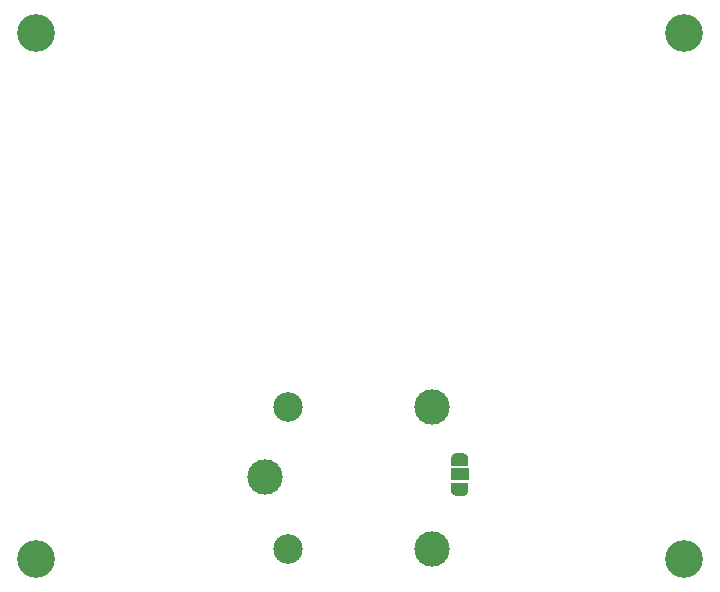
<source format=gbr>
%TF.GenerationSoftware,KiCad,Pcbnew,(5.1.12)-1*%
%TF.CreationDate,2022-08-12T23:07:16+09:00*%
%TF.ProjectId,STAC,53544143-2e6b-4696-9361-645f70636258,rev?*%
%TF.SameCoordinates,Original*%
%TF.FileFunction,Soldermask,Bot*%
%TF.FilePolarity,Negative*%
%FSLAX46Y46*%
G04 Gerber Fmt 4.6, Leading zero omitted, Abs format (unit mm)*
G04 Created by KiCad (PCBNEW (5.1.12)-1) date 2022-08-12 23:07:16*
%MOMM*%
%LPD*%
G01*
G04 APERTURE LIST*
%ADD10C,2.500000*%
%ADD11C,3.000000*%
%ADD12C,3.200000*%
%ADD13C,0.100000*%
%ADD14R,1.500000X1.000000*%
G04 APERTURE END LIST*
D10*
%TO.C,K1*%
X97835000Y-90759000D03*
D11*
X110035000Y-90759000D03*
X110085000Y-78709000D03*
D10*
X97835000Y-78759000D03*
D11*
X95885000Y-84709000D03*
%TD*%
D12*
%TO.C,H1*%
X131366000Y-47069000D03*
%TD*%
%TO.C,H2*%
X76533000Y-91615000D03*
%TD*%
%TO.C,H3*%
X131366000Y-91615000D03*
%TD*%
%TO.C,H4*%
X76533000Y-47069000D03*
%TD*%
D13*
%TO.C,JP1*%
G36*
X111645602Y-83155000D02*
G01*
X111645602Y-83130466D01*
X111650412Y-83081635D01*
X111659984Y-83033510D01*
X111674228Y-82986555D01*
X111693005Y-82941222D01*
X111716136Y-82897949D01*
X111743396Y-82857150D01*
X111774524Y-82819221D01*
X111809221Y-82784524D01*
X111847150Y-82753396D01*
X111887949Y-82726136D01*
X111931222Y-82703005D01*
X111976555Y-82684228D01*
X112023510Y-82669984D01*
X112071635Y-82660412D01*
X112120466Y-82655602D01*
X112145000Y-82655602D01*
X112145000Y-82655000D01*
X112645000Y-82655000D01*
X112645000Y-82655602D01*
X112669534Y-82655602D01*
X112718365Y-82660412D01*
X112766490Y-82669984D01*
X112813445Y-82684228D01*
X112858778Y-82703005D01*
X112902051Y-82726136D01*
X112942850Y-82753396D01*
X112980779Y-82784524D01*
X113015476Y-82819221D01*
X113046604Y-82857150D01*
X113073864Y-82897949D01*
X113096995Y-82941222D01*
X113115772Y-82986555D01*
X113130016Y-83033510D01*
X113139588Y-83081635D01*
X113144398Y-83130466D01*
X113144398Y-83155000D01*
X113145000Y-83155000D01*
X113145000Y-83705000D01*
X111645000Y-83705000D01*
X111645000Y-83155000D01*
X111645602Y-83155000D01*
G37*
D14*
X112395000Y-84455000D03*
D13*
G36*
X113145000Y-85205000D02*
G01*
X113145000Y-85755000D01*
X113144398Y-85755000D01*
X113144398Y-85779534D01*
X113139588Y-85828365D01*
X113130016Y-85876490D01*
X113115772Y-85923445D01*
X113096995Y-85968778D01*
X113073864Y-86012051D01*
X113046604Y-86052850D01*
X113015476Y-86090779D01*
X112980779Y-86125476D01*
X112942850Y-86156604D01*
X112902051Y-86183864D01*
X112858778Y-86206995D01*
X112813445Y-86225772D01*
X112766490Y-86240016D01*
X112718365Y-86249588D01*
X112669534Y-86254398D01*
X112645000Y-86254398D01*
X112645000Y-86255000D01*
X112145000Y-86255000D01*
X112145000Y-86254398D01*
X112120466Y-86254398D01*
X112071635Y-86249588D01*
X112023510Y-86240016D01*
X111976555Y-86225772D01*
X111931222Y-86206995D01*
X111887949Y-86183864D01*
X111847150Y-86156604D01*
X111809221Y-86125476D01*
X111774524Y-86090779D01*
X111743396Y-86052850D01*
X111716136Y-86012051D01*
X111693005Y-85968778D01*
X111674228Y-85923445D01*
X111659984Y-85876490D01*
X111650412Y-85828365D01*
X111645602Y-85779534D01*
X111645602Y-85755000D01*
X111645000Y-85755000D01*
X111645000Y-85205000D01*
X113145000Y-85205000D01*
G37*
%TD*%
M02*

</source>
